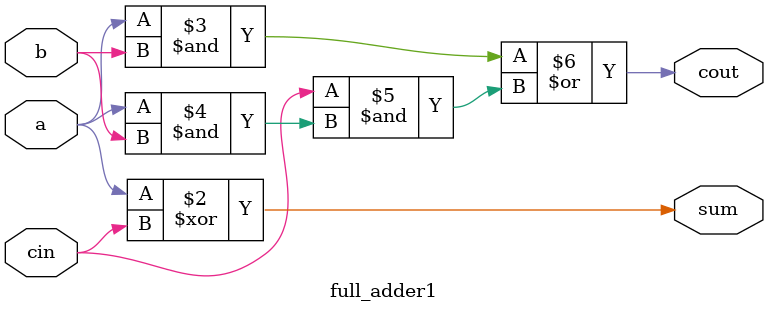
<source format=v>
module full_adder1(a,b,cin,sum,cout);
input a,b,cin;
output sum,cout;
assign sum = a^1'b0^cin;
assign cout = a&b|cin&(a&b); 
// initial begin
//     $display("The incorrect adder with xor0 having in2/0");
// end   
endmodule
</source>
